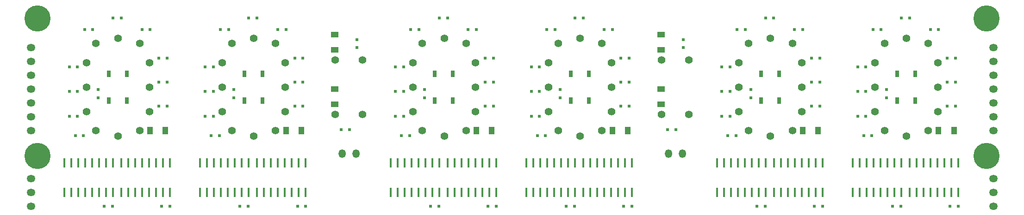
<source format=gbr>
G04 DipTrace 3.1.0.1*
G04 Top-Clock-IN12c.TopPaste.gbr*
%MOIN*%
G04 #@! TF.FileFunction,Paste,Top*
G04 #@! TF.Part,Single*
%ADD41R,0.015591X0.070709*%
%ADD43R,0.054961X0.039213*%
%ADD45R,0.039213X0.054961*%
%ADD51C,0.188819*%
%ADD53C,0.054961*%
%ADD55O,0.051969X0.061969*%
%ADD57O,0.061969X0.051969*%
%ADD59R,0.027402X0.051024*%
%ADD61R,0.023465X0.023465*%
%FSLAX26Y26*%
G04*
G70*
G90*
G75*
G01*
G04 TopPaste*
%LPD*%
D61*
X957008Y1268031D3*
Y1327087D3*
X1000315Y484567D3*
X1059370D3*
X1413701D3*
X1472756D3*
X1934961Y1268031D3*
Y1327087D3*
X1978268Y484567D3*
X2037323D3*
X2391654D3*
X2450709D3*
X3306614Y1268031D3*
Y1327087D3*
X3349921Y484567D3*
X3408976D3*
X3763307D3*
X3822362D3*
X4284567Y1268031D3*
Y1327087D3*
X4327874Y484567D3*
X4386929D3*
X4741260D3*
X4800315D3*
X5656220Y1268031D3*
Y1327087D3*
X5699528Y484567D3*
X5758583D3*
X6112913D3*
X6171969D3*
X6634173Y1268031D3*
Y1327087D3*
X6677480Y484567D3*
X6736535D3*
X7090866D3*
X7149921D3*
D59*
X1031811Y1248346D3*
X1161732D3*
Y1441260D3*
X1031811D3*
X2009764Y1248346D3*
X2139685D3*
Y1441260D3*
X2009764D3*
X3381417Y1248346D3*
X3511339D3*
Y1441260D3*
X3381417D3*
X4359370Y1248346D3*
X4489291D3*
Y1441260D3*
X4359370D3*
X5731024Y1248346D3*
X5860945D3*
Y1441260D3*
X5731024D3*
X6708976Y1248346D3*
X6838898D3*
Y1441260D3*
X6708976D3*
D57*
X472756Y1531417D3*
Y1631417D3*
Y1331417D3*
Y1431417D3*
Y1131417D3*
Y1031417D3*
Y1231417D3*
Y684567D3*
Y484567D3*
Y584567D3*
D55*
X2812520Y866457D3*
X2712520D3*
X5162126D3*
X5062126D3*
D57*
X7401890Y1531417D3*
Y1631417D3*
Y1331417D3*
Y1431417D3*
Y1131417D3*
Y1031417D3*
Y1231417D3*
Y684961D3*
Y484567D3*
Y584567D3*
D53*
X2664094Y1542047D3*
X2860945D3*
X2664094Y1148346D3*
X2860945D3*
X5013701Y1542047D3*
X5210551D3*
X5013701Y1148346D3*
X5210551D3*
X1098740Y1699528D3*
X1325118Y1345197D3*
Y1522362D3*
X1098740Y990866D3*
X1325118Y1168031D3*
X1256220Y1030236D3*
Y1660157D3*
X941260D3*
X872362Y1522362D3*
Y1345197D3*
Y1168031D3*
X941260Y1030236D3*
X2076693Y1699528D3*
X2303071Y1345197D3*
Y1522362D3*
X2076693Y990866D3*
X2303071Y1168031D3*
X2234173Y1030236D3*
Y1660157D3*
X1919213D3*
X1850315Y1522362D3*
Y1345197D3*
Y1168031D3*
X1919213Y1030236D3*
X3448346Y1699528D3*
X3674724Y1345197D3*
Y1522362D3*
X3448346Y990866D3*
X3674724Y1168031D3*
X3605827Y1030236D3*
Y1660157D3*
X3290866D3*
X3221969Y1522362D3*
Y1345197D3*
Y1168031D3*
X3290866Y1030236D3*
X4426299Y1699528D3*
X4652677Y1345197D3*
Y1522362D3*
X4426299Y990866D3*
X4652677Y1168031D3*
X4583780Y1030236D3*
Y1660157D3*
X4268819D3*
X4199921Y1522362D3*
Y1345197D3*
Y1168031D3*
X4268819Y1030236D3*
X5797953Y1699528D3*
X6024331Y1345197D3*
Y1522362D3*
X5797953Y990866D3*
X6024331Y1168031D3*
X5955433Y1030236D3*
Y1660157D3*
X5640472D3*
X5571575Y1522362D3*
Y1345197D3*
Y1168031D3*
X5640472Y1030236D3*
X6775906Y1699528D3*
X7002283Y1345197D3*
Y1522362D3*
X6775906Y990866D3*
X7002283Y1168031D3*
X6933386Y1030236D3*
Y1660157D3*
X6618425D3*
X6549528Y1522362D3*
Y1345197D3*
Y1168031D3*
X6618425Y1030236D3*
D51*
X520000Y1842835D3*
Y846772D3*
X7354646Y1842835D3*
Y846772D3*
D61*
X807402Y1490866D3*
X748346D3*
X807402Y1313701D3*
X748346D3*
X807402Y1136535D3*
X748346D3*
X850709Y994803D3*
X791654D3*
X917638Y1762520D3*
X858583D3*
X1122362Y1845197D3*
X1063307D3*
X1331024Y1762520D3*
X1271969D3*
D45*
X1331024Y1030236D3*
X1441260D3*
D61*
X1394016Y1553858D3*
X1453071D3*
X1394016Y1380630D3*
X1453071D3*
X1394016Y1207402D3*
X1453071D3*
X1785354Y1490866D3*
X1726299D3*
X1785354Y1313701D3*
X1726299D3*
X1785354Y1136535D3*
X1726299D3*
X1828661Y994803D3*
X1769606D3*
X1895591Y1762520D3*
X1836535D3*
X2100315Y1845197D3*
X2041260D3*
X2308976Y1762520D3*
X2249921D3*
D45*
X2308976Y1030236D3*
X2419213D3*
D61*
X2371969Y1553858D3*
X2431024D3*
X2371969Y1380630D3*
X2431024D3*
X2371969Y1207402D3*
X2431024D3*
D43*
X2660157Y1614488D3*
Y1724724D3*
Y1220787D3*
Y1331024D3*
D61*
X2766457Y1039685D3*
X2707402D3*
X2819213Y1689291D3*
Y1630236D3*
X3157008Y1490866D3*
X3097953D3*
X3157008Y1313701D3*
X3097953D3*
X3157008Y1136535D3*
X3097953D3*
X3200315Y994803D3*
X3141260D3*
X3267244Y1762520D3*
X3208189D3*
X3471969Y1845197D3*
X3412913D3*
X3680630Y1762520D3*
X3621575D3*
D45*
X3680630Y1030236D3*
X3790866D3*
D61*
X3743622Y1553858D3*
X3802677D3*
X3743622Y1380630D3*
X3802677D3*
X3743622Y1207402D3*
X3802677D3*
X4134961Y1490866D3*
X4075906D3*
X4134961Y1313701D3*
X4075906D3*
X4134961Y1136535D3*
X4075906D3*
X4178268Y994803D3*
X4119213D3*
X4245197Y1762520D3*
X4186142D3*
X4449921Y1845197D3*
X4390866D3*
X4658583Y1762520D3*
X4599528D3*
D45*
X4658583Y1030236D3*
X4768819D3*
D61*
X4721575Y1553858D3*
X4780630D3*
X4721575Y1380630D3*
X4780630D3*
X4721575Y1207402D3*
X4780630D3*
D43*
X5009764Y1614488D3*
Y1724724D3*
Y1220787D3*
Y1331024D3*
D61*
X5116063Y1039685D3*
X5057008D3*
X5168819Y1689291D3*
Y1630236D3*
X5506614Y1490866D3*
X5447559D3*
X5506614Y1313701D3*
X5447559D3*
X5506614Y1136535D3*
X5447559D3*
X5549921Y994803D3*
X5490866D3*
X5616850Y1762520D3*
X5557795D3*
X5821575Y1845197D3*
X5762520D3*
X6030236Y1762520D3*
X5971181D3*
D45*
X6030236Y1030236D3*
X6140472D3*
D61*
X6093228Y1553858D3*
X6152283D3*
X6093228Y1380630D3*
X6152283D3*
X6093228Y1207402D3*
X6152283D3*
X6484567Y1490866D3*
X6425512D3*
X6484567Y1313701D3*
X6425512D3*
X6484567Y1136535D3*
X6425512D3*
X6527874Y994803D3*
X6468819D3*
X6594803Y1762520D3*
X6535748D3*
X6799528Y1845197D3*
X6740472D3*
X7008189Y1762520D3*
X6949134D3*
D45*
X7008189Y1030236D3*
X7118425D3*
D61*
X7071181Y1553858D3*
X7130236D3*
X7071181Y1380630D3*
X7130236D3*
X7071181Y1207402D3*
X7130236D3*
D41*
X1063307Y797953D3*
X1013307D3*
X963307D3*
X913307D3*
X863307D3*
X813307D3*
X763307D3*
X713307D3*
Y585354D3*
X763307D3*
X813307D3*
X863307D3*
X913307D3*
X963307D3*
X1013307D3*
X1063307D3*
X1472756Y797953D3*
X1422756D3*
X1372756D3*
X1322756D3*
X1272756D3*
X1222756D3*
X1172756D3*
X1122756D3*
Y585354D3*
X1172756D3*
X1222756D3*
X1272756D3*
X1322756D3*
X1372756D3*
X1422756D3*
X1472756D3*
X2041260Y797953D3*
X1991260D3*
X1941260D3*
X1891260D3*
X1841260D3*
X1791260D3*
X1741260D3*
X1691260D3*
Y585354D3*
X1741260D3*
X1791260D3*
X1841260D3*
X1891260D3*
X1941260D3*
X1991260D3*
X2041260D3*
X2450709Y797953D3*
X2400709D3*
X2350709D3*
X2300709D3*
X2250709D3*
X2200709D3*
X2150709D3*
X2100709D3*
Y585354D3*
X2150709D3*
X2200709D3*
X2250709D3*
X2300709D3*
X2350709D3*
X2400709D3*
X2450709D3*
X3412913Y797953D3*
X3362913D3*
X3312913D3*
X3262913D3*
X3212913D3*
X3162913D3*
X3112913D3*
X3062913D3*
Y585354D3*
X3112913D3*
X3162913D3*
X3212913D3*
X3262913D3*
X3312913D3*
X3362913D3*
X3412913D3*
X3822362Y797953D3*
X3772362D3*
X3722362D3*
X3672362D3*
X3622362D3*
X3572362D3*
X3522362D3*
X3472362D3*
Y585354D3*
X3522362D3*
X3572362D3*
X3622362D3*
X3672362D3*
X3722362D3*
X3772362D3*
X3822362D3*
X4390866Y797953D3*
X4340866D3*
X4290866D3*
X4240866D3*
X4190866D3*
X4140866D3*
X4090866D3*
X4040866D3*
Y585354D3*
X4090866D3*
X4140866D3*
X4190866D3*
X4240866D3*
X4290866D3*
X4340866D3*
X4390866D3*
X4800315Y797953D3*
X4750315D3*
X4700315D3*
X4650315D3*
X4600315D3*
X4550315D3*
X4500315D3*
X4450315D3*
Y585354D3*
X4500315D3*
X4550315D3*
X4600315D3*
X4650315D3*
X4700315D3*
X4750315D3*
X4800315D3*
X5762520Y797953D3*
X5712520D3*
X5662520D3*
X5612520D3*
X5562520D3*
X5512520D3*
X5462520D3*
X5412520D3*
Y585354D3*
X5462520D3*
X5512520D3*
X5562520D3*
X5612520D3*
X5662520D3*
X5712520D3*
X5762520D3*
X6171969Y797953D3*
X6121969D3*
X6071969D3*
X6021969D3*
X5971969D3*
X5921969D3*
X5871969D3*
X5821969D3*
Y585354D3*
X5871969D3*
X5921969D3*
X5971969D3*
X6021969D3*
X6071969D3*
X6121969D3*
X6171969D3*
X6740472Y797953D3*
X6690472D3*
X6640472D3*
X6590472D3*
X6540472D3*
X6490472D3*
X6440472D3*
X6390472D3*
Y585354D3*
X6440472D3*
X6490472D3*
X6540472D3*
X6590472D3*
X6640472D3*
X6690472D3*
X6740472D3*
X7149921Y797953D3*
X7099921D3*
X7049921D3*
X6999921D3*
X6949921D3*
X6899921D3*
X6849921D3*
X6799921D3*
Y585354D3*
X6849921D3*
X6899921D3*
X6949921D3*
X6999921D3*
X7049921D3*
X7099921D3*
X7149921D3*
M02*

</source>
